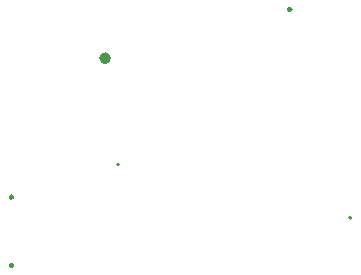
<source format=gbr>
%TF.GenerationSoftware,KiCad,Pcbnew,8.0.4*%
%TF.CreationDate,2024-10-01T01:20:39+08:00*%
%TF.ProjectId,usb_si5351_gpsdo,7573625f-7369-4353-9335-315f67707364,rev?*%
%TF.SameCoordinates,Original*%
%TF.FileFunction,Other,Comment*%
%FSLAX46Y46*%
G04 Gerber Fmt 4.6, Leading zero omitted, Abs format (unit mm)*
G04 Created by KiCad (PCBNEW 8.0.4) date 2024-10-01 01:20:39*
%MOMM*%
%LPD*%
G01*
G04 APERTURE LIST*
%ADD10C,0.250000*%
%ADD11C,0.500000*%
%ADD12C,0.200000*%
G04 APERTURE END LIST*
D10*
%TO.C,X1*%
X168560000Y-94510000D02*
G75*
G02*
X168300000Y-94510000I-130000J0D01*
G01*
X168300000Y-94510000D02*
G75*
G02*
X168560000Y-94510000I130000J0D01*
G01*
%TO.C,J5*%
X145005000Y-110410000D02*
G75*
G02*
X144765000Y-110410000I-120000J0D01*
G01*
X144765000Y-110410000D02*
G75*
G02*
X145005000Y-110410000I120000J0D01*
G01*
X145005000Y-116190000D02*
G75*
G02*
X144765000Y-116190000I-120000J0D01*
G01*
X144765000Y-116190000D02*
G75*
G02*
X145005000Y-116190000I120000J0D01*
G01*
D11*
%TO.C,CN1*%
X153055635Y-98639445D02*
G75*
G02*
X152555635Y-98639445I-250000J0D01*
G01*
X152555635Y-98639445D02*
G75*
G02*
X153055635Y-98639445I250000J0D01*
G01*
D12*
%TO.C,U4*%
X173650000Y-112150000D02*
G75*
G02*
X173450000Y-112150000I-100000J0D01*
G01*
X173450000Y-112150000D02*
G75*
G02*
X173650000Y-112150000I100000J0D01*
G01*
%TO.C,U3*%
X154000000Y-107650000D02*
G75*
G02*
X153800000Y-107650000I-100000J0D01*
G01*
X153800000Y-107650000D02*
G75*
G02*
X154000000Y-107650000I100000J0D01*
G01*
%TD*%
M02*

</source>
